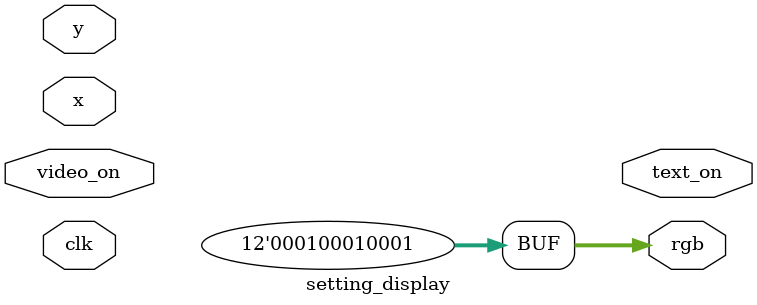
<source format=v>
module setting_display(
    input [9:0] x,
    input [9:0] y,
    input clk,
    input video_on,
    output reg text_on,
    output wire [11:0] rgb
);
    // Similar to menu_display logic
    assign rgb = 12'h111;
endmodule
</source>
